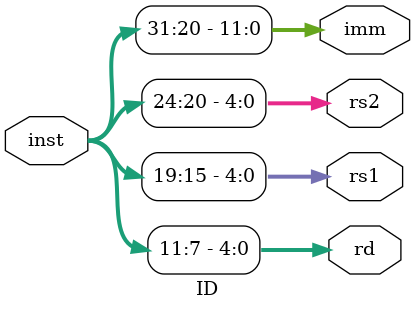
<source format=v>
module ID (inst, rd, rs1, rs2, imm);
	
	input [31:0] inst;
	
	output [4:0] rd, rs1, rs2;
	output [11:0] imm;
	
	assign rd = inst[11:7];
	assign rs1 = inst[19:15];
	assign rs2 = inst[24:20];
	assign imm = inst[31:20];
	
endmodule

</source>
